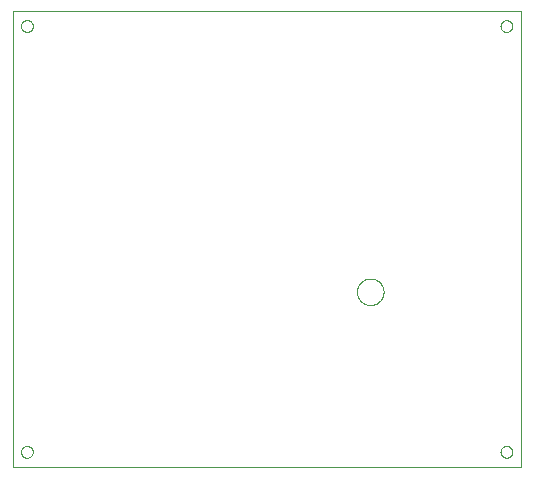
<source format=gko>
G75*
%MOIN*%
%OFA0B0*%
%FSLAX25Y25*%
%IPPOS*%
%LPD*%
%AMOC8*
5,1,8,0,0,1.08239X$1,22.5*
%
%ADD10C,0.00000*%
D10*
X0001006Y0001006D02*
X0001006Y0152778D01*
X0170298Y0152778D01*
X0170298Y0001006D01*
X0001006Y0001006D01*
X0003762Y0005928D02*
X0003764Y0006016D01*
X0003770Y0006104D01*
X0003780Y0006192D01*
X0003794Y0006280D01*
X0003811Y0006366D01*
X0003833Y0006452D01*
X0003858Y0006536D01*
X0003888Y0006620D01*
X0003920Y0006702D01*
X0003957Y0006782D01*
X0003997Y0006861D01*
X0004041Y0006938D01*
X0004088Y0007013D01*
X0004138Y0007085D01*
X0004192Y0007156D01*
X0004248Y0007223D01*
X0004308Y0007289D01*
X0004370Y0007351D01*
X0004436Y0007411D01*
X0004503Y0007467D01*
X0004574Y0007521D01*
X0004646Y0007571D01*
X0004721Y0007618D01*
X0004798Y0007662D01*
X0004877Y0007702D01*
X0004957Y0007739D01*
X0005039Y0007771D01*
X0005123Y0007801D01*
X0005207Y0007826D01*
X0005293Y0007848D01*
X0005379Y0007865D01*
X0005467Y0007879D01*
X0005555Y0007889D01*
X0005643Y0007895D01*
X0005731Y0007897D01*
X0005819Y0007895D01*
X0005907Y0007889D01*
X0005995Y0007879D01*
X0006083Y0007865D01*
X0006169Y0007848D01*
X0006255Y0007826D01*
X0006339Y0007801D01*
X0006423Y0007771D01*
X0006505Y0007739D01*
X0006585Y0007702D01*
X0006664Y0007662D01*
X0006741Y0007618D01*
X0006816Y0007571D01*
X0006888Y0007521D01*
X0006959Y0007467D01*
X0007026Y0007411D01*
X0007092Y0007351D01*
X0007154Y0007289D01*
X0007214Y0007223D01*
X0007270Y0007156D01*
X0007324Y0007085D01*
X0007374Y0007013D01*
X0007421Y0006938D01*
X0007465Y0006861D01*
X0007505Y0006782D01*
X0007542Y0006702D01*
X0007574Y0006620D01*
X0007604Y0006536D01*
X0007629Y0006452D01*
X0007651Y0006366D01*
X0007668Y0006280D01*
X0007682Y0006192D01*
X0007692Y0006104D01*
X0007698Y0006016D01*
X0007700Y0005928D01*
X0007698Y0005840D01*
X0007692Y0005752D01*
X0007682Y0005664D01*
X0007668Y0005576D01*
X0007651Y0005490D01*
X0007629Y0005404D01*
X0007604Y0005320D01*
X0007574Y0005236D01*
X0007542Y0005154D01*
X0007505Y0005074D01*
X0007465Y0004995D01*
X0007421Y0004918D01*
X0007374Y0004843D01*
X0007324Y0004771D01*
X0007270Y0004700D01*
X0007214Y0004633D01*
X0007154Y0004567D01*
X0007092Y0004505D01*
X0007026Y0004445D01*
X0006959Y0004389D01*
X0006888Y0004335D01*
X0006816Y0004285D01*
X0006741Y0004238D01*
X0006664Y0004194D01*
X0006585Y0004154D01*
X0006505Y0004117D01*
X0006423Y0004085D01*
X0006339Y0004055D01*
X0006255Y0004030D01*
X0006169Y0004008D01*
X0006083Y0003991D01*
X0005995Y0003977D01*
X0005907Y0003967D01*
X0005819Y0003961D01*
X0005731Y0003959D01*
X0005643Y0003961D01*
X0005555Y0003967D01*
X0005467Y0003977D01*
X0005379Y0003991D01*
X0005293Y0004008D01*
X0005207Y0004030D01*
X0005123Y0004055D01*
X0005039Y0004085D01*
X0004957Y0004117D01*
X0004877Y0004154D01*
X0004798Y0004194D01*
X0004721Y0004238D01*
X0004646Y0004285D01*
X0004574Y0004335D01*
X0004503Y0004389D01*
X0004436Y0004445D01*
X0004370Y0004505D01*
X0004308Y0004567D01*
X0004248Y0004633D01*
X0004192Y0004700D01*
X0004138Y0004771D01*
X0004088Y0004843D01*
X0004041Y0004918D01*
X0003997Y0004995D01*
X0003957Y0005074D01*
X0003920Y0005154D01*
X0003888Y0005236D01*
X0003858Y0005320D01*
X0003833Y0005404D01*
X0003811Y0005490D01*
X0003794Y0005576D01*
X0003780Y0005664D01*
X0003770Y0005752D01*
X0003764Y0005840D01*
X0003762Y0005928D01*
X0115769Y0059273D02*
X0115771Y0059405D01*
X0115777Y0059538D01*
X0115787Y0059670D01*
X0115801Y0059802D01*
X0115818Y0059933D01*
X0115840Y0060064D01*
X0115866Y0060194D01*
X0115895Y0060323D01*
X0115929Y0060451D01*
X0115966Y0060578D01*
X0116007Y0060704D01*
X0116051Y0060829D01*
X0116100Y0060953D01*
X0116152Y0061074D01*
X0116208Y0061195D01*
X0116267Y0061313D01*
X0116330Y0061430D01*
X0116396Y0061545D01*
X0116466Y0061657D01*
X0116539Y0061768D01*
X0116615Y0061876D01*
X0116694Y0061982D01*
X0116777Y0062086D01*
X0116863Y0062187D01*
X0116951Y0062285D01*
X0117043Y0062381D01*
X0117137Y0062474D01*
X0117234Y0062564D01*
X0117334Y0062652D01*
X0117437Y0062736D01*
X0117541Y0062817D01*
X0117649Y0062895D01*
X0117758Y0062969D01*
X0117870Y0063041D01*
X0117984Y0063109D01*
X0118099Y0063173D01*
X0118217Y0063234D01*
X0118336Y0063292D01*
X0118457Y0063346D01*
X0118580Y0063396D01*
X0118704Y0063442D01*
X0118829Y0063485D01*
X0118956Y0063524D01*
X0119084Y0063560D01*
X0119212Y0063591D01*
X0119342Y0063619D01*
X0119472Y0063642D01*
X0119603Y0063662D01*
X0119735Y0063678D01*
X0119867Y0063690D01*
X0119999Y0063698D01*
X0120132Y0063702D01*
X0120264Y0063702D01*
X0120397Y0063698D01*
X0120529Y0063690D01*
X0120661Y0063678D01*
X0120793Y0063662D01*
X0120924Y0063642D01*
X0121054Y0063619D01*
X0121184Y0063591D01*
X0121312Y0063560D01*
X0121440Y0063524D01*
X0121567Y0063485D01*
X0121692Y0063442D01*
X0121816Y0063396D01*
X0121939Y0063346D01*
X0122060Y0063292D01*
X0122179Y0063234D01*
X0122297Y0063173D01*
X0122413Y0063109D01*
X0122526Y0063041D01*
X0122638Y0062969D01*
X0122747Y0062895D01*
X0122855Y0062817D01*
X0122959Y0062736D01*
X0123062Y0062652D01*
X0123162Y0062564D01*
X0123259Y0062474D01*
X0123353Y0062381D01*
X0123445Y0062285D01*
X0123533Y0062187D01*
X0123619Y0062086D01*
X0123702Y0061982D01*
X0123781Y0061876D01*
X0123857Y0061768D01*
X0123930Y0061657D01*
X0124000Y0061545D01*
X0124066Y0061430D01*
X0124129Y0061313D01*
X0124188Y0061195D01*
X0124244Y0061074D01*
X0124296Y0060953D01*
X0124345Y0060829D01*
X0124389Y0060704D01*
X0124430Y0060578D01*
X0124467Y0060451D01*
X0124501Y0060323D01*
X0124530Y0060194D01*
X0124556Y0060064D01*
X0124578Y0059933D01*
X0124595Y0059802D01*
X0124609Y0059670D01*
X0124619Y0059538D01*
X0124625Y0059405D01*
X0124627Y0059273D01*
X0124625Y0059141D01*
X0124619Y0059008D01*
X0124609Y0058876D01*
X0124595Y0058744D01*
X0124578Y0058613D01*
X0124556Y0058482D01*
X0124530Y0058352D01*
X0124501Y0058223D01*
X0124467Y0058095D01*
X0124430Y0057968D01*
X0124389Y0057842D01*
X0124345Y0057717D01*
X0124296Y0057593D01*
X0124244Y0057472D01*
X0124188Y0057351D01*
X0124129Y0057233D01*
X0124066Y0057116D01*
X0124000Y0057001D01*
X0123930Y0056889D01*
X0123857Y0056778D01*
X0123781Y0056670D01*
X0123702Y0056564D01*
X0123619Y0056460D01*
X0123533Y0056359D01*
X0123445Y0056261D01*
X0123353Y0056165D01*
X0123259Y0056072D01*
X0123162Y0055982D01*
X0123062Y0055894D01*
X0122959Y0055810D01*
X0122855Y0055729D01*
X0122747Y0055651D01*
X0122638Y0055577D01*
X0122526Y0055505D01*
X0122412Y0055437D01*
X0122297Y0055373D01*
X0122179Y0055312D01*
X0122060Y0055254D01*
X0121939Y0055200D01*
X0121816Y0055150D01*
X0121692Y0055104D01*
X0121567Y0055061D01*
X0121440Y0055022D01*
X0121312Y0054986D01*
X0121184Y0054955D01*
X0121054Y0054927D01*
X0120924Y0054904D01*
X0120793Y0054884D01*
X0120661Y0054868D01*
X0120529Y0054856D01*
X0120397Y0054848D01*
X0120264Y0054844D01*
X0120132Y0054844D01*
X0119999Y0054848D01*
X0119867Y0054856D01*
X0119735Y0054868D01*
X0119603Y0054884D01*
X0119472Y0054904D01*
X0119342Y0054927D01*
X0119212Y0054955D01*
X0119084Y0054986D01*
X0118956Y0055022D01*
X0118829Y0055061D01*
X0118704Y0055104D01*
X0118580Y0055150D01*
X0118457Y0055200D01*
X0118336Y0055254D01*
X0118217Y0055312D01*
X0118099Y0055373D01*
X0117983Y0055437D01*
X0117870Y0055505D01*
X0117758Y0055577D01*
X0117649Y0055651D01*
X0117541Y0055729D01*
X0117437Y0055810D01*
X0117334Y0055894D01*
X0117234Y0055982D01*
X0117137Y0056072D01*
X0117043Y0056165D01*
X0116951Y0056261D01*
X0116863Y0056359D01*
X0116777Y0056460D01*
X0116694Y0056564D01*
X0116615Y0056670D01*
X0116539Y0056778D01*
X0116466Y0056889D01*
X0116396Y0057001D01*
X0116330Y0057116D01*
X0116267Y0057233D01*
X0116208Y0057351D01*
X0116152Y0057472D01*
X0116100Y0057593D01*
X0116051Y0057717D01*
X0116007Y0057842D01*
X0115966Y0057968D01*
X0115929Y0058095D01*
X0115895Y0058223D01*
X0115866Y0058352D01*
X0115840Y0058482D01*
X0115818Y0058613D01*
X0115801Y0058744D01*
X0115787Y0058876D01*
X0115777Y0059008D01*
X0115771Y0059141D01*
X0115769Y0059273D01*
X0163604Y0005928D02*
X0163606Y0006016D01*
X0163612Y0006104D01*
X0163622Y0006192D01*
X0163636Y0006280D01*
X0163653Y0006366D01*
X0163675Y0006452D01*
X0163700Y0006536D01*
X0163730Y0006620D01*
X0163762Y0006702D01*
X0163799Y0006782D01*
X0163839Y0006861D01*
X0163883Y0006938D01*
X0163930Y0007013D01*
X0163980Y0007085D01*
X0164034Y0007156D01*
X0164090Y0007223D01*
X0164150Y0007289D01*
X0164212Y0007351D01*
X0164278Y0007411D01*
X0164345Y0007467D01*
X0164416Y0007521D01*
X0164488Y0007571D01*
X0164563Y0007618D01*
X0164640Y0007662D01*
X0164719Y0007702D01*
X0164799Y0007739D01*
X0164881Y0007771D01*
X0164965Y0007801D01*
X0165049Y0007826D01*
X0165135Y0007848D01*
X0165221Y0007865D01*
X0165309Y0007879D01*
X0165397Y0007889D01*
X0165485Y0007895D01*
X0165573Y0007897D01*
X0165661Y0007895D01*
X0165749Y0007889D01*
X0165837Y0007879D01*
X0165925Y0007865D01*
X0166011Y0007848D01*
X0166097Y0007826D01*
X0166181Y0007801D01*
X0166265Y0007771D01*
X0166347Y0007739D01*
X0166427Y0007702D01*
X0166506Y0007662D01*
X0166583Y0007618D01*
X0166658Y0007571D01*
X0166730Y0007521D01*
X0166801Y0007467D01*
X0166868Y0007411D01*
X0166934Y0007351D01*
X0166996Y0007289D01*
X0167056Y0007223D01*
X0167112Y0007156D01*
X0167166Y0007085D01*
X0167216Y0007013D01*
X0167263Y0006938D01*
X0167307Y0006861D01*
X0167347Y0006782D01*
X0167384Y0006702D01*
X0167416Y0006620D01*
X0167446Y0006536D01*
X0167471Y0006452D01*
X0167493Y0006366D01*
X0167510Y0006280D01*
X0167524Y0006192D01*
X0167534Y0006104D01*
X0167540Y0006016D01*
X0167542Y0005928D01*
X0167540Y0005840D01*
X0167534Y0005752D01*
X0167524Y0005664D01*
X0167510Y0005576D01*
X0167493Y0005490D01*
X0167471Y0005404D01*
X0167446Y0005320D01*
X0167416Y0005236D01*
X0167384Y0005154D01*
X0167347Y0005074D01*
X0167307Y0004995D01*
X0167263Y0004918D01*
X0167216Y0004843D01*
X0167166Y0004771D01*
X0167112Y0004700D01*
X0167056Y0004633D01*
X0166996Y0004567D01*
X0166934Y0004505D01*
X0166868Y0004445D01*
X0166801Y0004389D01*
X0166730Y0004335D01*
X0166658Y0004285D01*
X0166583Y0004238D01*
X0166506Y0004194D01*
X0166427Y0004154D01*
X0166347Y0004117D01*
X0166265Y0004085D01*
X0166181Y0004055D01*
X0166097Y0004030D01*
X0166011Y0004008D01*
X0165925Y0003991D01*
X0165837Y0003977D01*
X0165749Y0003967D01*
X0165661Y0003961D01*
X0165573Y0003959D01*
X0165485Y0003961D01*
X0165397Y0003967D01*
X0165309Y0003977D01*
X0165221Y0003991D01*
X0165135Y0004008D01*
X0165049Y0004030D01*
X0164965Y0004055D01*
X0164881Y0004085D01*
X0164799Y0004117D01*
X0164719Y0004154D01*
X0164640Y0004194D01*
X0164563Y0004238D01*
X0164488Y0004285D01*
X0164416Y0004335D01*
X0164345Y0004389D01*
X0164278Y0004445D01*
X0164212Y0004505D01*
X0164150Y0004567D01*
X0164090Y0004633D01*
X0164034Y0004700D01*
X0163980Y0004771D01*
X0163930Y0004843D01*
X0163883Y0004918D01*
X0163839Y0004995D01*
X0163799Y0005074D01*
X0163762Y0005154D01*
X0163730Y0005236D01*
X0163700Y0005320D01*
X0163675Y0005404D01*
X0163653Y0005490D01*
X0163636Y0005576D01*
X0163622Y0005664D01*
X0163612Y0005752D01*
X0163606Y0005840D01*
X0163604Y0005928D01*
X0163604Y0147857D02*
X0163606Y0147945D01*
X0163612Y0148033D01*
X0163622Y0148121D01*
X0163636Y0148209D01*
X0163653Y0148295D01*
X0163675Y0148381D01*
X0163700Y0148465D01*
X0163730Y0148549D01*
X0163762Y0148631D01*
X0163799Y0148711D01*
X0163839Y0148790D01*
X0163883Y0148867D01*
X0163930Y0148942D01*
X0163980Y0149014D01*
X0164034Y0149085D01*
X0164090Y0149152D01*
X0164150Y0149218D01*
X0164212Y0149280D01*
X0164278Y0149340D01*
X0164345Y0149396D01*
X0164416Y0149450D01*
X0164488Y0149500D01*
X0164563Y0149547D01*
X0164640Y0149591D01*
X0164719Y0149631D01*
X0164799Y0149668D01*
X0164881Y0149700D01*
X0164965Y0149730D01*
X0165049Y0149755D01*
X0165135Y0149777D01*
X0165221Y0149794D01*
X0165309Y0149808D01*
X0165397Y0149818D01*
X0165485Y0149824D01*
X0165573Y0149826D01*
X0165661Y0149824D01*
X0165749Y0149818D01*
X0165837Y0149808D01*
X0165925Y0149794D01*
X0166011Y0149777D01*
X0166097Y0149755D01*
X0166181Y0149730D01*
X0166265Y0149700D01*
X0166347Y0149668D01*
X0166427Y0149631D01*
X0166506Y0149591D01*
X0166583Y0149547D01*
X0166658Y0149500D01*
X0166730Y0149450D01*
X0166801Y0149396D01*
X0166868Y0149340D01*
X0166934Y0149280D01*
X0166996Y0149218D01*
X0167056Y0149152D01*
X0167112Y0149085D01*
X0167166Y0149014D01*
X0167216Y0148942D01*
X0167263Y0148867D01*
X0167307Y0148790D01*
X0167347Y0148711D01*
X0167384Y0148631D01*
X0167416Y0148549D01*
X0167446Y0148465D01*
X0167471Y0148381D01*
X0167493Y0148295D01*
X0167510Y0148209D01*
X0167524Y0148121D01*
X0167534Y0148033D01*
X0167540Y0147945D01*
X0167542Y0147857D01*
X0167540Y0147769D01*
X0167534Y0147681D01*
X0167524Y0147593D01*
X0167510Y0147505D01*
X0167493Y0147419D01*
X0167471Y0147333D01*
X0167446Y0147249D01*
X0167416Y0147165D01*
X0167384Y0147083D01*
X0167347Y0147003D01*
X0167307Y0146924D01*
X0167263Y0146847D01*
X0167216Y0146772D01*
X0167166Y0146700D01*
X0167112Y0146629D01*
X0167056Y0146562D01*
X0166996Y0146496D01*
X0166934Y0146434D01*
X0166868Y0146374D01*
X0166801Y0146318D01*
X0166730Y0146264D01*
X0166658Y0146214D01*
X0166583Y0146167D01*
X0166506Y0146123D01*
X0166427Y0146083D01*
X0166347Y0146046D01*
X0166265Y0146014D01*
X0166181Y0145984D01*
X0166097Y0145959D01*
X0166011Y0145937D01*
X0165925Y0145920D01*
X0165837Y0145906D01*
X0165749Y0145896D01*
X0165661Y0145890D01*
X0165573Y0145888D01*
X0165485Y0145890D01*
X0165397Y0145896D01*
X0165309Y0145906D01*
X0165221Y0145920D01*
X0165135Y0145937D01*
X0165049Y0145959D01*
X0164965Y0145984D01*
X0164881Y0146014D01*
X0164799Y0146046D01*
X0164719Y0146083D01*
X0164640Y0146123D01*
X0164563Y0146167D01*
X0164488Y0146214D01*
X0164416Y0146264D01*
X0164345Y0146318D01*
X0164278Y0146374D01*
X0164212Y0146434D01*
X0164150Y0146496D01*
X0164090Y0146562D01*
X0164034Y0146629D01*
X0163980Y0146700D01*
X0163930Y0146772D01*
X0163883Y0146847D01*
X0163839Y0146924D01*
X0163799Y0147003D01*
X0163762Y0147083D01*
X0163730Y0147165D01*
X0163700Y0147249D01*
X0163675Y0147333D01*
X0163653Y0147419D01*
X0163636Y0147505D01*
X0163622Y0147593D01*
X0163612Y0147681D01*
X0163606Y0147769D01*
X0163604Y0147857D01*
X0003762Y0147857D02*
X0003764Y0147945D01*
X0003770Y0148033D01*
X0003780Y0148121D01*
X0003794Y0148209D01*
X0003811Y0148295D01*
X0003833Y0148381D01*
X0003858Y0148465D01*
X0003888Y0148549D01*
X0003920Y0148631D01*
X0003957Y0148711D01*
X0003997Y0148790D01*
X0004041Y0148867D01*
X0004088Y0148942D01*
X0004138Y0149014D01*
X0004192Y0149085D01*
X0004248Y0149152D01*
X0004308Y0149218D01*
X0004370Y0149280D01*
X0004436Y0149340D01*
X0004503Y0149396D01*
X0004574Y0149450D01*
X0004646Y0149500D01*
X0004721Y0149547D01*
X0004798Y0149591D01*
X0004877Y0149631D01*
X0004957Y0149668D01*
X0005039Y0149700D01*
X0005123Y0149730D01*
X0005207Y0149755D01*
X0005293Y0149777D01*
X0005379Y0149794D01*
X0005467Y0149808D01*
X0005555Y0149818D01*
X0005643Y0149824D01*
X0005731Y0149826D01*
X0005819Y0149824D01*
X0005907Y0149818D01*
X0005995Y0149808D01*
X0006083Y0149794D01*
X0006169Y0149777D01*
X0006255Y0149755D01*
X0006339Y0149730D01*
X0006423Y0149700D01*
X0006505Y0149668D01*
X0006585Y0149631D01*
X0006664Y0149591D01*
X0006741Y0149547D01*
X0006816Y0149500D01*
X0006888Y0149450D01*
X0006959Y0149396D01*
X0007026Y0149340D01*
X0007092Y0149280D01*
X0007154Y0149218D01*
X0007214Y0149152D01*
X0007270Y0149085D01*
X0007324Y0149014D01*
X0007374Y0148942D01*
X0007421Y0148867D01*
X0007465Y0148790D01*
X0007505Y0148711D01*
X0007542Y0148631D01*
X0007574Y0148549D01*
X0007604Y0148465D01*
X0007629Y0148381D01*
X0007651Y0148295D01*
X0007668Y0148209D01*
X0007682Y0148121D01*
X0007692Y0148033D01*
X0007698Y0147945D01*
X0007700Y0147857D01*
X0007698Y0147769D01*
X0007692Y0147681D01*
X0007682Y0147593D01*
X0007668Y0147505D01*
X0007651Y0147419D01*
X0007629Y0147333D01*
X0007604Y0147249D01*
X0007574Y0147165D01*
X0007542Y0147083D01*
X0007505Y0147003D01*
X0007465Y0146924D01*
X0007421Y0146847D01*
X0007374Y0146772D01*
X0007324Y0146700D01*
X0007270Y0146629D01*
X0007214Y0146562D01*
X0007154Y0146496D01*
X0007092Y0146434D01*
X0007026Y0146374D01*
X0006959Y0146318D01*
X0006888Y0146264D01*
X0006816Y0146214D01*
X0006741Y0146167D01*
X0006664Y0146123D01*
X0006585Y0146083D01*
X0006505Y0146046D01*
X0006423Y0146014D01*
X0006339Y0145984D01*
X0006255Y0145959D01*
X0006169Y0145937D01*
X0006083Y0145920D01*
X0005995Y0145906D01*
X0005907Y0145896D01*
X0005819Y0145890D01*
X0005731Y0145888D01*
X0005643Y0145890D01*
X0005555Y0145896D01*
X0005467Y0145906D01*
X0005379Y0145920D01*
X0005293Y0145937D01*
X0005207Y0145959D01*
X0005123Y0145984D01*
X0005039Y0146014D01*
X0004957Y0146046D01*
X0004877Y0146083D01*
X0004798Y0146123D01*
X0004721Y0146167D01*
X0004646Y0146214D01*
X0004574Y0146264D01*
X0004503Y0146318D01*
X0004436Y0146374D01*
X0004370Y0146434D01*
X0004308Y0146496D01*
X0004248Y0146562D01*
X0004192Y0146629D01*
X0004138Y0146700D01*
X0004088Y0146772D01*
X0004041Y0146847D01*
X0003997Y0146924D01*
X0003957Y0147003D01*
X0003920Y0147083D01*
X0003888Y0147165D01*
X0003858Y0147249D01*
X0003833Y0147333D01*
X0003811Y0147419D01*
X0003794Y0147505D01*
X0003780Y0147593D01*
X0003770Y0147681D01*
X0003764Y0147769D01*
X0003762Y0147857D01*
M02*

</source>
